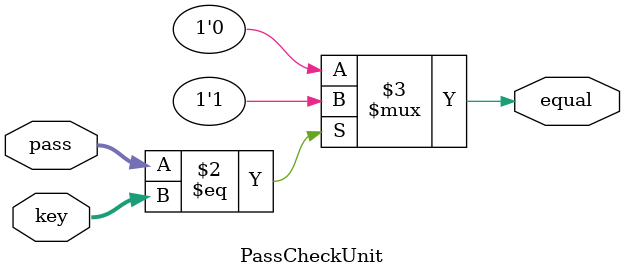
<source format=v>
`timescale 1ns / 1ps
module PassCheckUnit(
    input  [ 1:0] pass   , // input  [user   password]
	input  [ 1:0] key    , // input  [system password]
	output   reg    equal    // output [(pass==key) : 1]
);

	always @(pass or key)
	begin
		equal = (pass == key) ? 1'b1: 1'b0;
	end


endmodule

</source>
